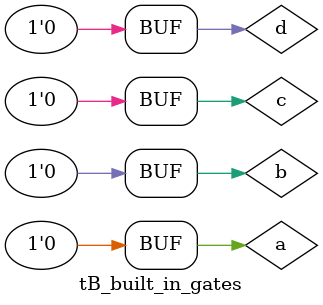
<source format=v>
`timescale 1us/1ns
module tB_built_in_gates();

	// Declare nets and variables
	reg a, b, c, d;
	wire o1, o2, o3, o4, o5, o6, o7, o8, o9, o10;
	
	// Instantiate the DUT
	built_in_gates GATES1(
		.a(a),   .b(b),   .c(c),   .d(d),
        .o1(o1), .o2(o2), .o3(o3), .o4(o4), .o5(o5), 
        .o6(o6), .o7(o7), .o8(o8), .o9(o9), .o10(o10)
    );
	
		// Generate stimulus
		initial begin
		#0.5; a = 1; b = 0; c = 1; d = 0;
		#1;   a = 0; b = 1; c = 0; d = 1;
		#2;   a = 0; b = 0; c = 1; d = 0;
		#1;   a = 1; b = 1; c = 1; d = 1;
		#1;   a = 0; b = 0; c = 0; d = 0;
		#5;
		end
		
endmodule


</source>
